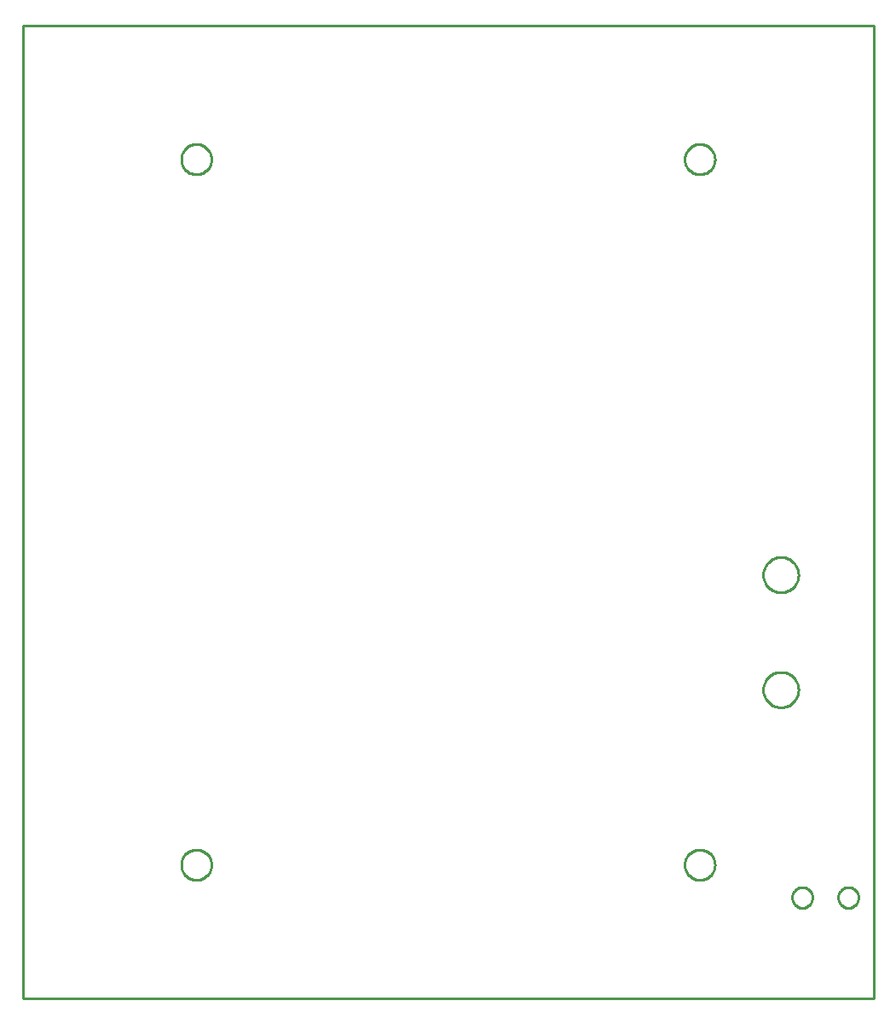
<source format=gbr>
G04 EAGLE Gerber RS-274X export*
G75*
%MOMM*%
%FSLAX34Y34*%
%LPD*%
%IN*%
%IPPOS*%
%AMOC8*
5,1,8,0,0,1.08239X$1,22.5*%
G01*
%ADD10C,0.254000*%


D10*
X0Y0D02*
X845000Y0D01*
X845000Y965000D01*
X0Y965000D01*
X0Y0D01*
X187500Y831964D02*
X187424Y830896D01*
X187271Y829835D01*
X187043Y828788D01*
X186741Y827760D01*
X186367Y826756D01*
X185922Y825781D01*
X185408Y824841D01*
X184829Y823940D01*
X184187Y823082D01*
X183485Y822272D01*
X182728Y821515D01*
X181918Y820813D01*
X181060Y820171D01*
X180159Y819592D01*
X179219Y819078D01*
X178244Y818633D01*
X177240Y818259D01*
X176212Y817957D01*
X175165Y817729D01*
X174104Y817576D01*
X173036Y817500D01*
X171964Y817500D01*
X170896Y817576D01*
X169835Y817729D01*
X168788Y817957D01*
X167760Y818259D01*
X166756Y818633D01*
X165781Y819078D01*
X164841Y819592D01*
X163940Y820171D01*
X163082Y820813D01*
X162272Y821515D01*
X161515Y822272D01*
X160813Y823082D01*
X160171Y823940D01*
X159592Y824841D01*
X159078Y825781D01*
X158633Y826756D01*
X158259Y827760D01*
X157957Y828788D01*
X157729Y829835D01*
X157576Y830896D01*
X157500Y831964D01*
X157500Y833036D01*
X157576Y834104D01*
X157729Y835165D01*
X157957Y836212D01*
X158259Y837240D01*
X158633Y838244D01*
X159078Y839219D01*
X159592Y840159D01*
X160171Y841060D01*
X160813Y841918D01*
X161515Y842728D01*
X162272Y843485D01*
X163082Y844187D01*
X163940Y844829D01*
X164841Y845408D01*
X165781Y845922D01*
X166756Y846367D01*
X167760Y846741D01*
X168788Y847043D01*
X169835Y847271D01*
X170896Y847424D01*
X171964Y847500D01*
X173036Y847500D01*
X174104Y847424D01*
X175165Y847271D01*
X176212Y847043D01*
X177240Y846741D01*
X178244Y846367D01*
X179219Y845922D01*
X180159Y845408D01*
X181060Y844829D01*
X181918Y844187D01*
X182728Y843485D01*
X183485Y842728D01*
X184187Y841918D01*
X184829Y841060D01*
X185408Y840159D01*
X185922Y839219D01*
X186367Y838244D01*
X186741Y837240D01*
X187043Y836212D01*
X187271Y835165D01*
X187424Y834104D01*
X187500Y833036D01*
X187500Y831964D01*
X687500Y831964D02*
X687424Y830896D01*
X687271Y829835D01*
X687043Y828788D01*
X686741Y827760D01*
X686367Y826756D01*
X685922Y825781D01*
X685408Y824841D01*
X684829Y823940D01*
X684187Y823082D01*
X683485Y822272D01*
X682728Y821515D01*
X681918Y820813D01*
X681060Y820171D01*
X680159Y819592D01*
X679219Y819078D01*
X678244Y818633D01*
X677240Y818259D01*
X676212Y817957D01*
X675165Y817729D01*
X674104Y817576D01*
X673036Y817500D01*
X671964Y817500D01*
X670896Y817576D01*
X669835Y817729D01*
X668788Y817957D01*
X667760Y818259D01*
X666756Y818633D01*
X665781Y819078D01*
X664841Y819592D01*
X663940Y820171D01*
X663082Y820813D01*
X662272Y821515D01*
X661515Y822272D01*
X660813Y823082D01*
X660171Y823940D01*
X659592Y824841D01*
X659078Y825781D01*
X658633Y826756D01*
X658259Y827760D01*
X657957Y828788D01*
X657729Y829835D01*
X657576Y830896D01*
X657500Y831964D01*
X657500Y833036D01*
X657576Y834104D01*
X657729Y835165D01*
X657957Y836212D01*
X658259Y837240D01*
X658633Y838244D01*
X659078Y839219D01*
X659592Y840159D01*
X660171Y841060D01*
X660813Y841918D01*
X661515Y842728D01*
X662272Y843485D01*
X663082Y844187D01*
X663940Y844829D01*
X664841Y845408D01*
X665781Y845922D01*
X666756Y846367D01*
X667760Y846741D01*
X668788Y847043D01*
X669835Y847271D01*
X670896Y847424D01*
X671964Y847500D01*
X673036Y847500D01*
X674104Y847424D01*
X675165Y847271D01*
X676212Y847043D01*
X677240Y846741D01*
X678244Y846367D01*
X679219Y845922D01*
X680159Y845408D01*
X681060Y844829D01*
X681918Y844187D01*
X682728Y843485D01*
X683485Y842728D01*
X684187Y841918D01*
X684829Y841060D01*
X685408Y840159D01*
X685922Y839219D01*
X686367Y838244D01*
X686741Y837240D01*
X687043Y836212D01*
X687271Y835165D01*
X687424Y834104D01*
X687500Y833036D01*
X687500Y831964D01*
X187500Y131964D02*
X187424Y130896D01*
X187271Y129835D01*
X187043Y128788D01*
X186741Y127760D01*
X186367Y126756D01*
X185922Y125781D01*
X185408Y124841D01*
X184829Y123940D01*
X184187Y123082D01*
X183485Y122272D01*
X182728Y121515D01*
X181918Y120813D01*
X181060Y120171D01*
X180159Y119592D01*
X179219Y119078D01*
X178244Y118633D01*
X177240Y118259D01*
X176212Y117957D01*
X175165Y117729D01*
X174104Y117576D01*
X173036Y117500D01*
X171964Y117500D01*
X170896Y117576D01*
X169835Y117729D01*
X168788Y117957D01*
X167760Y118259D01*
X166756Y118633D01*
X165781Y119078D01*
X164841Y119592D01*
X163940Y120171D01*
X163082Y120813D01*
X162272Y121515D01*
X161515Y122272D01*
X160813Y123082D01*
X160171Y123940D01*
X159592Y124841D01*
X159078Y125781D01*
X158633Y126756D01*
X158259Y127760D01*
X157957Y128788D01*
X157729Y129835D01*
X157576Y130896D01*
X157500Y131964D01*
X157500Y133036D01*
X157576Y134104D01*
X157729Y135165D01*
X157957Y136212D01*
X158259Y137240D01*
X158633Y138244D01*
X159078Y139219D01*
X159592Y140159D01*
X160171Y141060D01*
X160813Y141918D01*
X161515Y142728D01*
X162272Y143485D01*
X163082Y144187D01*
X163940Y144829D01*
X164841Y145408D01*
X165781Y145922D01*
X166756Y146367D01*
X167760Y146741D01*
X168788Y147043D01*
X169835Y147271D01*
X170896Y147424D01*
X171964Y147500D01*
X173036Y147500D01*
X174104Y147424D01*
X175165Y147271D01*
X176212Y147043D01*
X177240Y146741D01*
X178244Y146367D01*
X179219Y145922D01*
X180159Y145408D01*
X181060Y144829D01*
X181918Y144187D01*
X182728Y143485D01*
X183485Y142728D01*
X184187Y141918D01*
X184829Y141060D01*
X185408Y140159D01*
X185922Y139219D01*
X186367Y138244D01*
X186741Y137240D01*
X187043Y136212D01*
X187271Y135165D01*
X187424Y134104D01*
X187500Y133036D01*
X187500Y131964D01*
X687500Y131964D02*
X687424Y130896D01*
X687271Y129835D01*
X687043Y128788D01*
X686741Y127760D01*
X686367Y126756D01*
X685922Y125781D01*
X685408Y124841D01*
X684829Y123940D01*
X684187Y123082D01*
X683485Y122272D01*
X682728Y121515D01*
X681918Y120813D01*
X681060Y120171D01*
X680159Y119592D01*
X679219Y119078D01*
X678244Y118633D01*
X677240Y118259D01*
X676212Y117957D01*
X675165Y117729D01*
X674104Y117576D01*
X673036Y117500D01*
X671964Y117500D01*
X670896Y117576D01*
X669835Y117729D01*
X668788Y117957D01*
X667760Y118259D01*
X666756Y118633D01*
X665781Y119078D01*
X664841Y119592D01*
X663940Y120171D01*
X663082Y120813D01*
X662272Y121515D01*
X661515Y122272D01*
X660813Y123082D01*
X660171Y123940D01*
X659592Y124841D01*
X659078Y125781D01*
X658633Y126756D01*
X658259Y127760D01*
X657957Y128788D01*
X657729Y129835D01*
X657576Y130896D01*
X657500Y131964D01*
X657500Y133036D01*
X657576Y134104D01*
X657729Y135165D01*
X657957Y136212D01*
X658259Y137240D01*
X658633Y138244D01*
X659078Y139219D01*
X659592Y140159D01*
X660171Y141060D01*
X660813Y141918D01*
X661515Y142728D01*
X662272Y143485D01*
X663082Y144187D01*
X663940Y144829D01*
X664841Y145408D01*
X665781Y145922D01*
X666756Y146367D01*
X667760Y146741D01*
X668788Y147043D01*
X669835Y147271D01*
X670896Y147424D01*
X671964Y147500D01*
X673036Y147500D01*
X674104Y147424D01*
X675165Y147271D01*
X676212Y147043D01*
X677240Y146741D01*
X678244Y146367D01*
X679219Y145922D01*
X680159Y145408D01*
X681060Y144829D01*
X681918Y144187D01*
X682728Y143485D01*
X683485Y142728D01*
X684187Y141918D01*
X684829Y141060D01*
X685408Y140159D01*
X685922Y139219D01*
X686367Y138244D01*
X686741Y137240D01*
X687043Y136212D01*
X687271Y135165D01*
X687424Y134104D01*
X687500Y133036D01*
X687500Y131964D01*
X809840Y100444D02*
X809917Y101327D01*
X810071Y102201D01*
X810301Y103058D01*
X810604Y103892D01*
X810979Y104696D01*
X811423Y105464D01*
X811932Y106191D01*
X812502Y106871D01*
X813129Y107498D01*
X813809Y108068D01*
X814536Y108577D01*
X815304Y109021D01*
X816108Y109396D01*
X816942Y109699D01*
X817799Y109929D01*
X818673Y110083D01*
X819556Y110160D01*
X820444Y110160D01*
X821327Y110083D01*
X822201Y109929D01*
X823058Y109699D01*
X823892Y109396D01*
X824696Y109021D01*
X825464Y108577D01*
X826191Y108068D01*
X826871Y107498D01*
X827498Y106871D01*
X828068Y106191D01*
X828577Y105464D01*
X829021Y104696D01*
X829396Y103892D01*
X829699Y103058D01*
X829929Y102201D01*
X830083Y101327D01*
X830160Y100444D01*
X830160Y99556D01*
X830083Y98673D01*
X829929Y97799D01*
X829699Y96942D01*
X829396Y96108D01*
X829021Y95304D01*
X828577Y94536D01*
X828068Y93809D01*
X827498Y93129D01*
X826871Y92502D01*
X826191Y91932D01*
X825464Y91423D01*
X824696Y90979D01*
X823892Y90604D01*
X823058Y90301D01*
X822201Y90071D01*
X821327Y89917D01*
X820444Y89840D01*
X819556Y89840D01*
X818673Y89917D01*
X817799Y90071D01*
X816942Y90301D01*
X816108Y90604D01*
X815304Y90979D01*
X814536Y91423D01*
X813809Y91932D01*
X813129Y92502D01*
X812502Y93129D01*
X811932Y93809D01*
X811423Y94536D01*
X810979Y95304D01*
X810604Y96108D01*
X810301Y96942D01*
X810071Y97799D01*
X809917Y98673D01*
X809840Y99556D01*
X809840Y100444D01*
X764120Y100444D02*
X764197Y101327D01*
X764351Y102201D01*
X764581Y103058D01*
X764884Y103892D01*
X765259Y104696D01*
X765703Y105464D01*
X766212Y106191D01*
X766782Y106871D01*
X767409Y107498D01*
X768089Y108068D01*
X768816Y108577D01*
X769584Y109021D01*
X770388Y109396D01*
X771222Y109699D01*
X772079Y109929D01*
X772953Y110083D01*
X773836Y110160D01*
X774724Y110160D01*
X775607Y110083D01*
X776481Y109929D01*
X777338Y109699D01*
X778172Y109396D01*
X778976Y109021D01*
X779744Y108577D01*
X780471Y108068D01*
X781151Y107498D01*
X781778Y106871D01*
X782348Y106191D01*
X782857Y105464D01*
X783301Y104696D01*
X783676Y103892D01*
X783979Y103058D01*
X784209Y102201D01*
X784363Y101327D01*
X784440Y100444D01*
X784440Y99556D01*
X784363Y98673D01*
X784209Y97799D01*
X783979Y96942D01*
X783676Y96108D01*
X783301Y95304D01*
X782857Y94536D01*
X782348Y93809D01*
X781778Y93129D01*
X781151Y92502D01*
X780471Y91932D01*
X779744Y91423D01*
X778976Y90979D01*
X778172Y90604D01*
X777338Y90301D01*
X776481Y90071D01*
X775607Y89917D01*
X774724Y89840D01*
X773836Y89840D01*
X772953Y89917D01*
X772079Y90071D01*
X771222Y90301D01*
X770388Y90604D01*
X769584Y90979D01*
X768816Y91423D01*
X768089Y91932D01*
X767409Y92502D01*
X766782Y93129D01*
X766212Y93809D01*
X765703Y94536D01*
X765259Y95304D01*
X764884Y96108D01*
X764581Y96942D01*
X764351Y97799D01*
X764197Y98673D01*
X764120Y99556D01*
X764120Y100444D01*
X770500Y305627D02*
X770425Y304484D01*
X770276Y303348D01*
X770052Y302224D01*
X769755Y301117D01*
X769387Y300032D01*
X768949Y298974D01*
X768442Y297946D01*
X767869Y296954D01*
X767232Y296001D01*
X766535Y295092D01*
X765779Y294231D01*
X764969Y293421D01*
X764108Y292665D01*
X763199Y291968D01*
X762246Y291331D01*
X761254Y290758D01*
X760226Y290251D01*
X759168Y289813D01*
X758083Y289445D01*
X756976Y289148D01*
X755852Y288925D01*
X754716Y288775D01*
X753573Y288700D01*
X752427Y288700D01*
X751284Y288775D01*
X750148Y288925D01*
X749024Y289148D01*
X747917Y289445D01*
X746832Y289813D01*
X745774Y290251D01*
X744746Y290758D01*
X743754Y291331D01*
X742801Y291968D01*
X741892Y292665D01*
X741031Y293421D01*
X740221Y294231D01*
X739465Y295092D01*
X738768Y296001D01*
X738131Y296954D01*
X737558Y297946D01*
X737051Y298974D01*
X736613Y300032D01*
X736245Y301117D01*
X735948Y302224D01*
X735725Y303348D01*
X735575Y304484D01*
X735500Y305627D01*
X735500Y306773D01*
X735575Y307916D01*
X735725Y309052D01*
X735948Y310176D01*
X736245Y311283D01*
X736613Y312368D01*
X737051Y313426D01*
X737558Y314454D01*
X738131Y315446D01*
X738768Y316399D01*
X739465Y317308D01*
X740221Y318169D01*
X741031Y318979D01*
X741892Y319735D01*
X742801Y320432D01*
X743754Y321069D01*
X744746Y321642D01*
X745774Y322149D01*
X746832Y322587D01*
X747917Y322955D01*
X749024Y323252D01*
X750148Y323476D01*
X751284Y323625D01*
X752427Y323700D01*
X753573Y323700D01*
X754716Y323625D01*
X755852Y323476D01*
X756976Y323252D01*
X758083Y322955D01*
X759168Y322587D01*
X760226Y322149D01*
X761254Y321642D01*
X762246Y321069D01*
X763199Y320432D01*
X764108Y319735D01*
X764969Y318979D01*
X765779Y318169D01*
X766535Y317308D01*
X767232Y316399D01*
X767869Y315446D01*
X768442Y314454D01*
X768949Y313426D01*
X769387Y312368D01*
X769755Y311283D01*
X770052Y310176D01*
X770276Y309052D01*
X770425Y307916D01*
X770500Y306773D01*
X770500Y305627D01*
X770500Y419627D02*
X770425Y418484D01*
X770276Y417348D01*
X770052Y416224D01*
X769755Y415117D01*
X769387Y414032D01*
X768949Y412974D01*
X768442Y411946D01*
X767869Y410954D01*
X767232Y410001D01*
X766535Y409092D01*
X765779Y408231D01*
X764969Y407421D01*
X764108Y406665D01*
X763199Y405968D01*
X762246Y405331D01*
X761254Y404758D01*
X760226Y404251D01*
X759168Y403813D01*
X758083Y403445D01*
X756976Y403148D01*
X755852Y402925D01*
X754716Y402775D01*
X753573Y402700D01*
X752427Y402700D01*
X751284Y402775D01*
X750148Y402925D01*
X749024Y403148D01*
X747917Y403445D01*
X746832Y403813D01*
X745774Y404251D01*
X744746Y404758D01*
X743754Y405331D01*
X742801Y405968D01*
X741892Y406665D01*
X741031Y407421D01*
X740221Y408231D01*
X739465Y409092D01*
X738768Y410001D01*
X738131Y410954D01*
X737558Y411946D01*
X737051Y412974D01*
X736613Y414032D01*
X736245Y415117D01*
X735948Y416224D01*
X735725Y417348D01*
X735575Y418484D01*
X735500Y419627D01*
X735500Y420773D01*
X735575Y421916D01*
X735725Y423052D01*
X735948Y424176D01*
X736245Y425283D01*
X736613Y426368D01*
X737051Y427426D01*
X737558Y428454D01*
X738131Y429446D01*
X738768Y430399D01*
X739465Y431308D01*
X740221Y432169D01*
X741031Y432979D01*
X741892Y433735D01*
X742801Y434432D01*
X743754Y435069D01*
X744746Y435642D01*
X745774Y436149D01*
X746832Y436587D01*
X747917Y436955D01*
X749024Y437252D01*
X750148Y437476D01*
X751284Y437625D01*
X752427Y437700D01*
X753573Y437700D01*
X754716Y437625D01*
X755852Y437476D01*
X756976Y437252D01*
X758083Y436955D01*
X759168Y436587D01*
X760226Y436149D01*
X761254Y435642D01*
X762246Y435069D01*
X763199Y434432D01*
X764108Y433735D01*
X764969Y432979D01*
X765779Y432169D01*
X766535Y431308D01*
X767232Y430399D01*
X767869Y429446D01*
X768442Y428454D01*
X768949Y427426D01*
X769387Y426368D01*
X769755Y425283D01*
X770052Y424176D01*
X770276Y423052D01*
X770425Y421916D01*
X770500Y420773D01*
X770500Y419627D01*
M02*

</source>
